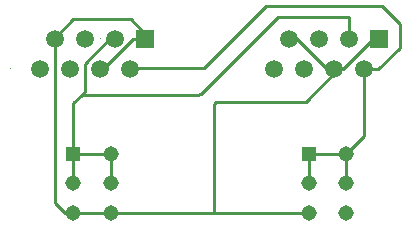
<source format=gbr>
%TF.GenerationSoftware,KiCad,Pcbnew,7.0.8*%
%TF.CreationDate,2025-01-24T11:04:58-08:00*%
%TF.ProjectId,Mini_Comp_Switch_2port,4d696e69-5f43-46f6-9d70-5f5377697463,rev?*%
%TF.SameCoordinates,Original*%
%TF.FileFunction,Copper,L2,Bot*%
%TF.FilePolarity,Positive*%
%FSLAX46Y46*%
G04 Gerber Fmt 4.6, Leading zero omitted, Abs format (unit mm)*
G04 Created by KiCad (PCBNEW 7.0.8) date 2025-01-24 11:04:58*
%MOMM*%
%LPD*%
G01*
G04 APERTURE LIST*
%TA.AperFunction,ComponentPad*%
%ADD10R,1.308000X1.308000*%
%TD*%
%TA.AperFunction,ComponentPad*%
%ADD11C,1.308000*%
%TD*%
%TA.AperFunction,ComponentPad*%
%ADD12R,1.500000X1.500000*%
%TD*%
%TA.AperFunction,ComponentPad*%
%ADD13C,1.500000*%
%TD*%
%TA.AperFunction,Conductor*%
%ADD14C,0.250000*%
%TD*%
%TA.AperFunction,Conductor*%
%ADD15C,0.000000*%
%TD*%
G04 APERTURE END LIST*
D10*
%TO.P,REF\u002A\u002A,1*%
%TO.N,N/C*%
X155250000Y-65700000D03*
D11*
%TO.P,REF\u002A\u002A,2*%
X155250000Y-68200000D03*
%TO.P,REF\u002A\u002A,3*%
X155250000Y-70700000D03*
%TO.P,REF\u002A\u002A,4*%
X158450000Y-70700000D03*
%TO.P,REF\u002A\u002A,5*%
X158450000Y-68200000D03*
%TO.P,REF\u002A\u002A,6*%
X158450000Y-65700000D03*
%TD*%
D10*
%TO.P,REF\u002A\u002A,1*%
%TO.N,N/C*%
X175157500Y-65700000D03*
D11*
%TO.P,REF\u002A\u002A,2*%
X175157500Y-68200000D03*
%TO.P,REF\u002A\u002A,3*%
X175157500Y-70700000D03*
%TO.P,REF\u002A\u002A,4*%
X178357500Y-70700000D03*
%TO.P,REF\u002A\u002A,5*%
X178357500Y-68200000D03*
%TO.P,REF\u002A\u002A,6*%
X178357500Y-65700000D03*
%TD*%
D12*
%TO.P,REF\u002A\u002A,1*%
%TO.N,N/C*%
X161290000Y-56000000D03*
D13*
%TO.P,REF\u002A\u002A,2*%
X160020000Y-58540000D03*
%TO.P,REF\u002A\u002A,3*%
X158750000Y-56000000D03*
%TO.P,REF\u002A\u002A,4*%
X157480000Y-58540000D03*
%TO.P,REF\u002A\u002A,5*%
X156210000Y-56000000D03*
%TO.P,REF\u002A\u002A,6*%
X154940000Y-58540000D03*
%TO.P,REF\u002A\u002A,7*%
X153670000Y-56000000D03*
%TO.P,REF\u002A\u002A,8*%
X152400000Y-58540000D03*
%TD*%
D12*
%TO.P,REF\u002A\u002A,1*%
%TO.N,N/C*%
X181160000Y-56000000D03*
D13*
%TO.P,REF\u002A\u002A,2*%
X179890000Y-58540000D03*
%TO.P,REF\u002A\u002A,3*%
X178620000Y-56000000D03*
%TO.P,REF\u002A\u002A,4*%
X177350000Y-58540000D03*
%TO.P,REF\u002A\u002A,5*%
X176080000Y-56000000D03*
%TO.P,REF\u002A\u002A,6*%
X174810000Y-58540000D03*
%TO.P,REF\u002A\u002A,7*%
X173540000Y-56000000D03*
%TO.P,REF\u002A\u002A,8*%
X172270000Y-58540000D03*
%TD*%
D14*
%TO.N,*%
X179890000Y-64167500D02*
X178357500Y-65700000D01*
X158280000Y-56000000D02*
X156210000Y-58070000D01*
X160140000Y-58420000D02*
X160020000Y-58540000D01*
X167130000Y-70610000D02*
X167220000Y-70700000D01*
X155980000Y-60680000D02*
X155250000Y-61410000D01*
X158450000Y-70700000D02*
X155250000Y-70700000D01*
X182880000Y-56700000D02*
X182880000Y-54740000D01*
X158750000Y-56000000D02*
X158280000Y-56000000D01*
D15*
X157500000Y-55900000D02*
X157480000Y-55880000D01*
D14*
X160090000Y-54320000D02*
X155230000Y-54320000D01*
X177350000Y-58540000D02*
X177350000Y-58870000D01*
X179890000Y-58540000D02*
X181040000Y-58540000D01*
X177350000Y-58540000D02*
X176700000Y-58540000D01*
X156210000Y-58070000D02*
X156210000Y-60450000D01*
X153670000Y-69850000D02*
X153670000Y-56000000D01*
X155250000Y-65700000D02*
X154850000Y-66100000D01*
X155250000Y-70700000D02*
X154520000Y-70700000D01*
X167130000Y-61520000D02*
X167130000Y-70610000D01*
X171520000Y-53210000D02*
X166310000Y-58420000D01*
X174900000Y-61320000D02*
X167330000Y-61320000D01*
X157750000Y-58540000D02*
X157480000Y-58540000D01*
X155230000Y-54320000D02*
X153670000Y-55880000D01*
X178357500Y-65700000D02*
X175157500Y-65700000D01*
X180580000Y-56000000D02*
X178040000Y-58540000D01*
X161290000Y-56000000D02*
X160290000Y-56000000D01*
X179890000Y-58540000D02*
X179890000Y-64167500D01*
X165870000Y-60680000D02*
X165890000Y-60660000D01*
X165890000Y-60660000D02*
X166010000Y-60660000D01*
X154520000Y-70700000D02*
X153670000Y-69850000D01*
X158450000Y-65700000D02*
X158450000Y-68200000D01*
X161290000Y-55520000D02*
X160090000Y-54320000D01*
X181350000Y-53210000D02*
X171520000Y-53210000D01*
X167330000Y-61320000D02*
X167130000Y-61520000D01*
D15*
X149880000Y-58440000D02*
X149860000Y-58420000D01*
D14*
X155250000Y-65700000D02*
X155250000Y-68200000D01*
X155980000Y-60680000D02*
X165870000Y-60680000D01*
X156210000Y-60450000D02*
X155980000Y-60680000D01*
X178040000Y-58540000D02*
X177350000Y-58540000D01*
X178357500Y-65700000D02*
X178357500Y-68200000D01*
X174160000Y-56000000D02*
X173540000Y-56000000D01*
X181040000Y-58540000D02*
X182880000Y-56700000D01*
X166010000Y-60660000D02*
X172570000Y-54100000D01*
X181160000Y-55570000D02*
X181160000Y-56000000D01*
X155030000Y-65700000D02*
X158450000Y-65700000D01*
X166310000Y-58420000D02*
X160140000Y-58420000D01*
X167220000Y-70700000D02*
X175157500Y-70700000D01*
X160290000Y-56000000D02*
X157750000Y-58540000D01*
X167130000Y-70610000D02*
X167040000Y-70700000D01*
X178620000Y-54180000D02*
X178620000Y-56000000D01*
X155250000Y-61410000D02*
X155250000Y-65700000D01*
X172570000Y-54100000D02*
X178540000Y-54100000D01*
X178540000Y-54100000D02*
X178620000Y-54180000D01*
X175157500Y-65700000D02*
X175157500Y-68200000D01*
X153670000Y-55880000D02*
X153670000Y-56000000D01*
D15*
X157480000Y-58420000D02*
X157027500Y-58420000D01*
D14*
X167040000Y-70700000D02*
X158450000Y-70700000D01*
X177350000Y-58870000D02*
X174900000Y-61320000D01*
X176700000Y-58540000D02*
X174160000Y-56000000D01*
X161290000Y-56000000D02*
X161290000Y-55520000D01*
X181160000Y-56000000D02*
X180580000Y-56000000D01*
D15*
X157027500Y-58420000D02*
X157007500Y-58440000D01*
D14*
X182880000Y-54740000D02*
X181350000Y-53210000D01*
%TD*%
M02*

</source>
